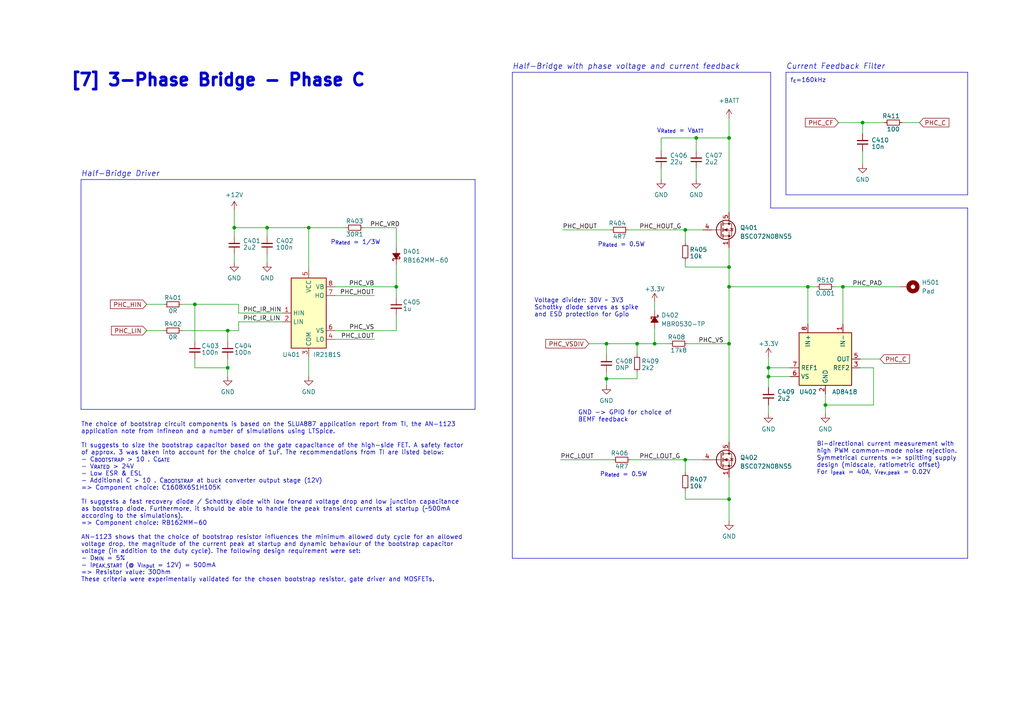
<source format=kicad_sch>
(kicad_sch (version 20230121) (generator eeschema)
  (paper "A4")
  (title_block (title "3-Phase Bridge - Phase C") (date "2023-11-26") (rev "1.0"))
  (lib_symbols
    (symbol "Amplifier_Current:AD8418"
      (property "Reference" "U" (at -7.62 10.795 0))
      (property "Value" "AD8418" (at -7.62 8.89 0))
      (symbol "AD8418_0_1"
        (rectangle (start -7.62 7.62) (end 7.62 -7.62) (stroke (width 0.254)) (fill (type background)))
      )
      (symbol "AD8418_1_1"
        (pin input line (at 5.08 10.16 270) (length 2.54) (name "IN-") (number "1"))
        (pin power_in line (at 0 -10.16 90) (length 2.54) (name "GND") (number "2"))
        (pin input line (at 10.16 -2.54 180) (length 2.54) (name "REF2") (number "3"))
        (pin no_connect line (at 2.54 -7.62 90) (length 2.54) hide (name "NC") (number "4"))
        (pin output line (at 10.16 0 180) (length 2.54) (name "OUT") (number "5"))
        (pin power_in line (at -10.16 -5.08 0) (length 2.54) (name "VS") (number "6"))
        (pin input line (at -10.16 -2.54 0) (length 2.54) (name "REF1") (number "7"))
        (pin input line (at -5.08 10.16 270) (length 2.54) (name "IN+") (number "8"))
      )
    )
    (symbol "Device:C_Small" (pin_numbers hide) (pin_names (offset 0.254) hide)
      (property "Reference" "C" (at 0.254 1.778 0))
      (property "Value" "C_Small" (at 0.254 -2.032 0))
      (symbol "C_Small_0_1"
        (polyline (pts (xy -1.524 -0.508) (xy 1.524 -0.508)) (stroke (width 0.3302)))
        (polyline (pts (xy -1.524 0.508) (xy 1.524 0.508)) (stroke (width 0.3048)))
      )
      (symbol "C_Small_1_1"
        (pin passive line (at 0 2.54 270) (length 2.032) (name "~") (number "1"))
        (pin passive line (at 0 -2.54 90) (length 2.032) (name "~") (number "2"))
      )
    )
    (symbol "Device:D_Schottky_Small_Filled" (pin_numbers hide) (pin_names (offset 0.254) hide)
      (property "Reference" "D" (at -1.27 2.032 0))
      (property "Value" "D_Schottky_Small_Filled" (at -7.112 -2.032 0))
      (symbol "D_Schottky_Small_Filled_0_1"
        (polyline (pts (xy -0.762 0) (xy 0.762 0)))
        (polyline (pts (xy 0.762 -1.016) (xy -0.762 0) (xy 0.762 1.016) (xy 0.762 -1.016)) (stroke (width 0.254)) (fill (type outline)))
        (polyline (pts (xy -1.27 0.762) (xy -1.27 1.016) (xy -0.762 1.016) (xy -0.762 -1.016) (xy -0.254 -1.016) (xy -0.254 -0.762)) (stroke (width 0.254)))
      )
      (symbol "D_Schottky_Small_Filled_1_1"
        (pin passive line (at -2.54 0 0) (length 1.778) (name "K") (number "1"))
        (pin passive line (at 2.54 0 180) (length 1.778) (name "A") (number "2"))
      )
    )
    (symbol "Device:R_Small" (pin_numbers hide) (pin_names (offset 0.254) hide)
      (property "Reference" "R" (at 0.762 0.508 0))
      (property "Value" "R_Small" (at 0.762 -1.016 0))
      (symbol "R_Small_0_1"
        (rectangle (start -0.762 1.778) (end 0.762 -1.778) (stroke (width 0.2032)))
      )
      (symbol "R_Small_1_1"
        (pin passive line (at 0 2.54 270) (length 0.762) (name "~") (number "1"))
        (pin passive line (at 0 -2.54 90) (length 0.762) (name "~") (number "2"))
      )
    )
    (symbol "Driver_FET:IR2181"
      (property "Reference" "U" (at 1.27 13.335 0))
      (property "Value" "IR2181" (at 1.27 11.43 0))
      (symbol "IR2181_0_1"
        (rectangle (start -5.08 -10.16) (end 5.08 10.16) (stroke (width 0.254)) (fill (type background)))
      )
      (symbol "IR2181_1_1"
        (pin input line (at -7.62 0 0) (length 2.54) (name "HIN") (number "1"))
        (pin input line (at -7.62 -2.54 0) (length 2.54) (name "LIN") (number "2"))
        (pin power_in line (at 0 -12.7 90) (length 2.54) (name "COM") (number "3"))
        (pin output line (at 7.62 -7.62 180) (length 2.54) (name "LO") (number "4"))
        (pin power_in line (at 0 12.7 270) (length 2.54) (name "VCC") (number "5"))
        (pin passive line (at 7.62 -5.08 180) (length 2.54) (name "VS") (number "6"))
        (pin output line (at 7.62 5.08 180) (length 2.54) (name "HO") (number "7"))
        (pin passive line (at 7.62 7.62 180) (length 2.54) (name "VB") (number "8"))
      )
    )
    (symbol "Mechanical:MountingHole_Pad" (pin_numbers hide) (pin_names (offset 1.016) hide)
      (property "Reference" "H" (at 0 6.35 0))
      (property "Value" "MountingHole_Pad" (at 0 4.445 0))
      (symbol "MountingHole_Pad_0_1"
        (circle (center 0 1.27) (radius 1.27) (stroke (width 1.27)))
      )
      (symbol "MountingHole_Pad_1_1"
        (pin input line (at 0 -2.54 90) (length 2.54) (name "1") (number "1"))
      )
    )
    (symbol "Transistor_FET:BSC072N08NS5" (pin_names hide)
      (property "Reference" "Q" (at 5.08 1.905 0))
      (property "Value" "BSC072N08NS5" (at 5.08 0 0))
      (symbol "BSC072N08NS5_0_1"
        (polyline (pts (xy 0.254 0) (xy -2.54 0)))
        (polyline (pts (xy 0.254 1.905) (xy 0.254 -1.905)) (stroke (width 0.254)))
        (polyline (pts (xy 0.762 -1.27) (xy 0.762 -2.286)) (stroke (width 0.254)))
        (polyline (pts (xy 0.762 0.508) (xy 0.762 -0.508)) (stroke (width 0.254)))
        (polyline (pts (xy 0.762 2.286) (xy 0.762 1.27)) (stroke (width 0.254)))
        (polyline (pts (xy 2.54 2.54) (xy 2.54 1.778)))
        (polyline (pts (xy 2.54 -2.54) (xy 2.54 0) (xy 0.762 0)))
        (polyline (pts (xy 0.762 -1.778) (xy 3.302 -1.778) (xy 3.302 1.778) (xy 0.762 1.778)))
        (polyline (pts (xy 1.016 0) (xy 2.032 0.381) (xy 2.032 -0.381) (xy 1.016 0)) (fill (type outline)))
        (polyline (pts (xy 2.794 0.508) (xy 2.921 0.381) (xy 3.683 0.381) (xy 3.81 0.254)))
        (polyline (pts (xy 3.302 0.381) (xy 2.921 -0.254) (xy 3.683 -0.254) (xy 3.302 0.381)))
        (circle (center 1.651 0) (radius 2.794) (stroke (width 0.254)))
        (circle (center 2.54 -1.778) (radius 0.254) (fill (type outline)))
        (circle (center 2.54 1.778) (radius 0.254) (fill (type outline)))
      )
      (symbol "BSC072N08NS5_1_1"
        (pin passive line (at 2.54 -5.08 90) (length 2.54) (name "S") (number "1"))
        (pin passive line (at 2.54 -5.08 90) (length 2.54) hide (name "S") (number "2"))
        (pin passive line (at 2.54 -5.08 90) (length 2.54) hide (name "S") (number "3"))
        (pin passive line (at -5.08 0 0) (length 2.54) (name "G") (number "4"))
        (pin passive line (at 2.54 5.08 270) (length 2.54) (name "D") (number "5"))
      )
    )
    (symbol "power:+12V" (power) (pin_names (offset 0))
      (property "Value" "+12V" (at 0 3.556 0))
      (symbol "+12V_0_1"
        (polyline (pts (xy -0.762 1.27) (xy 0 2.54)))
        (polyline (pts (xy 0 0) (xy 0 2.54)))
        (polyline (pts (xy 0 2.54) (xy 0.762 1.27)))
      )
      (symbol "+12V_1_1"
        (pin power_in line (at 0 0 90) (length 0) hide (name "+12V") (number "1"))
      )
    )
    (symbol "power:+3.3V" (power) (pin_names (offset 0))
      (property "Value" "+3.3V" (at 0 3.556 0))
      (symbol "+3.3V_0_1"
        (polyline (pts (xy -0.762 1.27) (xy 0 2.54)))
        (polyline (pts (xy 0 0) (xy 0 2.54)))
        (polyline (pts (xy 0 2.54) (xy 0.762 1.27)))
      )
      (symbol "+3.3V_1_1"
        (pin power_in line (at 0 0 90) (length 0) hide (name "+3.3V") (number "1"))
      )
    )
    (symbol "power:+BATT" (power) (pin_names (offset 0))
      (property "Value" "+BATT" (at 0 3.556 0))
      (symbol "+BATT_0_1"
        (polyline (pts (xy -0.762 1.27) (xy 0 2.54)))
        (polyline (pts (xy 0 0) (xy 0 2.54)))
        (polyline (pts (xy 0 2.54) (xy 0.762 1.27)))
      )
      (symbol "+BATT_1_1"
        (pin power_in line (at 0 0 90) (length 0) hide (name "+BATT") (number "1"))
      )
    )
    (symbol "power:GND" (power) (pin_names (offset 0))
      (property "Value" "GND" (at 0 -3.81 0))
      (symbol "GND_0_1"
        (polyline (pts (xy 0 0) (xy 0 -1.27) (xy 1.27 -1.27) (xy 0 -2.54) (xy -1.27 -1.27) (xy 0 -1.27)))
      )
      (symbol "GND_1_1"
        (pin power_in line (at 0 0 270) (length 0) hide (name "GND") (number "1"))
      )
    )
  )
  (junction (at 189.865 99.695))
  (junction (at 211.455 99.695))
  (junction (at 222.885 109.22))
  (junction (at 66.04 106.68))
  (junction (at 198.755 133.35))
  (junction (at 56.515 88.265))
  (junction (at 114.935 83.185))
  (junction (at 211.455 83.185))
  (junction (at 66.04 95.885))
  (junction (at 89.535 66.04))
  (junction (at 211.455 40.005))
  (junction (at 222.885 106.68))
  (junction (at 175.895 99.695))
  (junction (at 184.785 99.695))
  (junction (at 239.395 117.475))
  (junction (at 77.47 66.04))
  (junction (at 211.455 144.78))
  (junction (at 175.895 109.855))
  (junction (at 250.19 35.56))
  (junction (at 244.475 83.185))
  (junction (at 198.755 66.675))
  (junction (at 211.455 77.47))
  (junction (at 67.945 66.04))
  (junction (at 201.93 40.005))
  (junction (at 234.315 83.185))
  (wire (pts (xy 42.545 95.885) (xy 47.625 95.885)))
  (wire (pts (xy 198.755 133.35) (xy 198.755 137.16)))
  (polyline (pts (xy 137.795 52.07) (xy 23.495 52.07)))
  (wire (pts (xy 250.19 38.735) (xy 250.19 35.56)))
  (polyline (pts (xy 280.67 161.925) (xy 148.59 161.925)))
  (wire (pts (xy 222.885 106.68) (xy 229.235 106.68)))
  (wire (pts (xy 211.455 34.29) (xy 211.455 40.005)))
  (wire (pts (xy 163.195 66.675) (xy 177.165 66.675)))
  (wire (pts (xy 198.755 133.35) (xy 203.835 133.35)))
  (wire (pts (xy 105.41 66.04) (xy 114.935 66.04)))
  (polyline (pts (xy 227.965 20.955) (xy 227.965 56.515)))
  (wire (pts (xy 114.935 83.185) (xy 114.935 86.36)))
  (wire (pts (xy 114.935 76.835) (xy 114.935 83.185)))
  (wire (pts (xy 42.545 88.265) (xy 47.625 88.265)))
  (wire (pts (xy 211.455 144.78) (xy 211.455 138.43)))
  (polyline (pts (xy 23.495 52.07) (xy 23.495 118.745)))
  (wire (pts (xy 191.77 48.895) (xy 191.77 52.07)))
  (wire (pts (xy 77.47 66.04) (xy 89.535 66.04)))
  (wire (pts (xy 77.47 66.04) (xy 77.47 68.58)))
  (wire (pts (xy 211.455 40.005) (xy 211.455 61.595)))
  (wire (pts (xy 249.555 104.14) (xy 255.27 104.14)))
  (polyline (pts (xy 137.795 118.745) (xy 137.795 52.07)))
  (wire (pts (xy 211.455 99.695) (xy 211.455 128.27)))
  (wire (pts (xy 97.155 83.185) (xy 114.935 83.185)))
  (wire (pts (xy 211.455 71.755) (xy 211.455 77.47)))
  (wire (pts (xy 198.755 75.565) (xy 198.755 77.47)))
  (wire (pts (xy 175.895 99.695) (xy 184.785 99.695)))
  (wire (pts (xy 175.895 107.95) (xy 175.895 109.855)))
  (wire (pts (xy 162.56 133.35) (xy 177.8 133.35)))
  (wire (pts (xy 198.755 66.675) (xy 198.755 70.485)))
  (wire (pts (xy 189.865 95.25) (xy 189.865 99.695)))
  (wire (pts (xy 66.04 95.885) (xy 66.04 99.06)))
  (wire (pts (xy 67.945 73.66) (xy 67.945 76.2)))
  (wire (pts (xy 97.155 95.885) (xy 114.935 95.885)))
  (wire (pts (xy 175.895 102.87) (xy 175.895 99.695)))
  (wire (pts (xy 250.19 35.56) (xy 256.54 35.56)))
  (wire (pts (xy 175.895 109.855) (xy 184.785 109.855)))
  (wire (pts (xy 67.945 66.04) (xy 67.945 68.58)))
  (wire (pts (xy 114.935 95.885) (xy 114.935 91.44)))
  (wire (pts (xy 199.39 99.695) (xy 211.455 99.695)))
  (wire (pts (xy 198.755 144.78) (xy 211.455 144.78)))
  (wire (pts (xy 211.455 83.185) (xy 234.315 83.185)))
  (wire (pts (xy 201.93 40.005) (xy 211.455 40.005)))
  (wire (pts (xy 191.77 43.815) (xy 191.77 40.005)))
  (wire (pts (xy 77.47 73.66) (xy 77.47 76.2)))
  (polyline (pts (xy 223.52 60.325) (xy 223.52 20.955)))
  (polyline (pts (xy 227.965 56.515) (xy 280.67 56.515)))
  (wire (pts (xy 89.535 66.04) (xy 89.535 78.105)))
  (wire (pts (xy 243.205 35.56) (xy 250.19 35.56)))
  (wire (pts (xy 198.755 66.675) (xy 203.835 66.675)))
  (wire (pts (xy 182.88 133.35) (xy 198.755 133.35)))
  (wire (pts (xy 191.77 40.005) (xy 201.93 40.005)))
  (wire (pts (xy 198.755 142.24) (xy 198.755 144.78)))
  (wire (pts (xy 69.215 90.805) (xy 81.915 90.805)))
  (wire (pts (xy 52.705 95.885) (xy 66.04 95.885)))
  (polyline (pts (xy 148.59 20.955) (xy 148.59 161.925)))
  (wire (pts (xy 184.785 99.695) (xy 189.865 99.695)))
  (wire (pts (xy 222.885 109.22) (xy 222.885 106.68)))
  (wire (pts (xy 66.04 95.885) (xy 69.215 95.885)))
  (polyline (pts (xy 23.495 118.745) (xy 137.795 118.745)))
  (wire (pts (xy 222.885 109.22) (xy 222.885 112.395)))
  (polyline (pts (xy 280.67 56.515) (xy 280.67 20.955)))
  (wire (pts (xy 229.235 109.22) (xy 222.885 109.22)))
  (wire (pts (xy 89.535 103.505) (xy 89.535 109.22)))
  (wire (pts (xy 69.215 88.265) (xy 69.215 90.805)))
  (wire (pts (xy 69.215 93.345) (xy 69.215 95.885)))
  (wire (pts (xy 56.515 104.14) (xy 56.515 106.68)))
  (wire (pts (xy 56.515 88.265) (xy 69.215 88.265)))
  (wire (pts (xy 222.885 103.505) (xy 222.885 106.68)))
  (wire (pts (xy 239.395 117.475) (xy 253.365 117.475)))
  (wire (pts (xy 253.365 106.68) (xy 253.365 117.475)))
  (wire (pts (xy 175.895 109.855) (xy 175.895 111.76)))
  (wire (pts (xy 201.93 40.005) (xy 201.93 43.815)))
  (wire (pts (xy 189.865 99.695) (xy 194.31 99.695)))
  (wire (pts (xy 184.785 99.695) (xy 184.785 102.87)))
  (wire (pts (xy 222.885 117.475) (xy 222.885 120.015)))
  (wire (pts (xy 201.93 48.895) (xy 201.93 52.07)))
  (wire (pts (xy 184.785 107.95) (xy 184.785 109.855)))
  (polyline (pts (xy 280.67 20.955) (xy 227.965 20.955)))
  (polyline (pts (xy 280.67 161.925) (xy 280.67 60.325)))
  (wire (pts (xy 69.215 93.345) (xy 81.915 93.345)))
  (wire (pts (xy 198.755 77.47) (xy 211.455 77.47)))
  (wire (pts (xy 67.945 60.96) (xy 67.945 66.04)))
  (wire (pts (xy 211.455 144.78) (xy 211.455 151.13)))
  (wire (pts (xy 211.455 83.185) (xy 211.455 99.695)))
  (wire (pts (xy 249.555 106.68) (xy 253.365 106.68)))
  (wire (pts (xy 250.19 43.815) (xy 250.19 47.625)))
  (wire (pts (xy 67.945 66.04) (xy 77.47 66.04)))
  (wire (pts (xy 261.62 35.56) (xy 266.7 35.56)))
  (wire (pts (xy 66.04 104.14) (xy 66.04 106.68)))
  (wire (pts (xy 170.815 99.695) (xy 175.895 99.695)))
  (wire (pts (xy 56.515 106.68) (xy 66.04 106.68)))
  (wire (pts (xy 89.535 66.04) (xy 100.33 66.04)))
  (wire (pts (xy 66.04 106.68) (xy 66.04 109.22)))
  (wire (pts (xy 52.705 88.265) (xy 56.515 88.265)))
  (wire (pts (xy 97.155 85.725) (xy 108.585 85.725)))
  (wire (pts (xy 241.935 83.185) (xy 244.475 83.185)))
  (wire (pts (xy 239.395 117.475) (xy 239.395 120.015)))
  (wire (pts (xy 182.245 66.675) (xy 198.755 66.675)))
  (wire (pts (xy 239.395 114.3) (xy 239.395 117.475)))
  (wire (pts (xy 234.315 83.185) (xy 234.315 93.98)))
  (wire (pts (xy 244.475 83.185) (xy 260.985 83.185)))
  (wire (pts (xy 189.865 87.63) (xy 189.865 90.17)))
  (polyline (pts (xy 223.52 20.955) (xy 148.59 20.955)))
  (wire (pts (xy 244.475 83.185) (xy 244.475 93.98)))
  (wire (pts (xy 97.155 98.425) (xy 108.585 98.425)))
  (wire (pts (xy 211.455 77.47) (xy 211.455 83.185)))
  (wire (pts (xy 114.935 66.04) (xy 114.935 71.755)))
  (wire (pts (xy 234.315 83.185) (xy 236.855 83.185)))
  (polyline (pts (xy 280.67 60.325) (xy 223.52 60.325)))
  (wire (pts (xy 56.515 88.265) (xy 56.515 99.06)))
  (text "Current Feedback Filter" (at 227.965 20.32 0) (effects (font (size 1.6 1.6) italic) (justify left bottom)))
  (text "The choice of bootstrap circuit components is based on the SLUA887 application report from TI, the AN-1123 \napplication note from Infineon and a number of simulations using LTSpice.\n\nTI suggests to size the bootstrap capacitor based on the gate capacitance of the high-side FET. A safety factor\nof approx. 3 was taken into account for the choice of 1uF. The recommendations from TI are listed below:\n- C_{BOOTSTRAP} > 10 . C_{GATE}\n- V_{RATED} > 24V\n- Low ESR & ESL\n- Additional C > 10 . C_{BOOTSTRAP} at buck converter output stage (12V)\n=> Component choice: C1608X6S1H105K\n\nTI suggests a fast recovery diode / Schottky diode with low forward voltage drop and low junction capacitance\nas bootstrap diode. Furthermore, it should be able to handle the peak transient currents at startup (~500mA\naccording to the simulations).\n=> Component choice: RB162MM-60\n\nAN-1123 shows that the choice of bootstrap resistor influences the minimum allowed duty cycle for an allowed\nvoltage drop, the magnitude of the current peak at startup and dynamic behaviour of the bootstrap capacitor\nvoltage (in addition to the duty cycle). The following design requirement were set:\n- D_{MIN} = 5%\n- I_{PEAK,START} (@ V_{Input} = 12V) = 500mA\n=> Resistor value: 30Ohm\nThese criteria were experimentally validated for the chosen bootstrap resistor, gate driver and MOSFETs." (at 23.495 168.91 0) (effects (font (size 1.27 1.27)) (justify left bottom)))
  (text "Voltage divider: 30V ~ 3V3\nSchottky diode serves as spike\nand ESD protection for Gpio" (at 154.94 92.075 0) (effects (font (size 1.27 1.27)) (justify left bottom)))
  (text "P_{Rated} = 0.5W\n" (at 173.99 138.43 0) (effects (font (size 1.27 1.27)) (justify left bottom)))
  (text "P_{Rated} = 0.5W\n" (at 173.355 71.755 0) (effects (font (size 1.27 1.27)) (justify left bottom)))
  (text "V_{Rated} = V_{BATT}" (at 190.5 38.735 0) (effects (font (size 1.27 1.27)) (justify left bottom)))
  (text "Half-Bridge with phase voltage and current feedback" (at 148.59 20.32 0) (effects (font (size 1.6 1.6) italic) (justify left bottom)))
  (text "P_{Rated} = 1/3W\n" (at 95.885 71.12 0) (effects (font (size 1.27 1.27)) (justify left bottom)))
  (text "f_{c}=160kHz" (at 229.235 24.13 0) (effects (font (size 1.27 1.27)) (justify left bottom)))
  (text "GND -> GPIO for choice of\nBEMF feedback" (at 167.64 122.555 0) (effects (font (size 1.27 1.27)) (justify left bottom)))
  (text "[7] 3-Phase Bridge - Phase C" (at 20.32 25.4 0) (effects (font (size 3.5 3.5) (thickness 0.8) bold) (justify left bottom)))
  (text "Bi-directional current measurement with\nhigh PWM common-mode noise rejection.\nSymmetrical currents => splitting supply\ndesign (midscale, ratiometric offset)\nFor I_{peak} = 40A, V_{rev,peak} = 0.02V" (at 236.855 137.795 0) (effects (font (size 1.27 1.27)) (justify left bottom)))
  (text "Half-Bridge Driver" (at 23.495 51.435 0) (effects (font (size 1.6 1.6) italic) (justify left bottom)))
  (label "PHC_PAD" (at 255.905 83.185 180))
  (label "PHC_VS" (at 202.565 99.695 0))
  (label "PHC_LOUT_G" (at 185.42 133.35 0))
  (label "PHC_LOUT" (at 108.585 98.425 180))
  (label "PHC_IR_LIN" (at 70.485 93.345 0))
  (label "PHC_VS" (at 108.585 95.885 180))
  (label "PHC_HOUT" (at 108.585 85.725 180))
  (label "PHC_HOUT_G" (at 185.42 66.675 0))
  (label "PHC_LOUT" (at 162.56 133.35 0))
  (label "PHC_VB" (at 108.585 83.185 180))
  (label "PHC_HOUT" (at 163.195 66.675 0))
  (label "PHC_IR_HIN" (at 70.485 90.805 0))
  (label "PHC_VRD" (at 107.315 66.04 0))
  (global_label "PHC_C" (shape input) (at 255.27 104.14 0) (property "Intersheetrefs" "${INTERSHEET_REFS}" (effects hide)))
  (global_label "PHC_C" (shape input) (at 266.7 35.56 0) (property "Intersheetrefs" "${INTERSHEET_REFS}" (effects hide)))
  (global_label "PHC_HIN" (shape input) (at 42.545 88.265 180) (property "Intersheetrefs" "${INTERSHEET_REFS}" (effects hide)))
  (global_label "PHC_LIN" (shape input) (at 42.545 95.885 180) (property "Intersheetrefs" "${INTERSHEET_REFS}" (effects hide)))
  (global_label "PHC_CF" (shape input) (at 243.205 35.56 180) (property "Intersheetrefs" "${INTERSHEET_REFS}" (effects hide)))
  (global_label "PHC_VSDIV" (shape input) (at 170.815 99.695 180) (property "Intersheetrefs" "${INTERSHEET_REFS}" (effects hide)))
  (symbol (lib_id "power:+12V") (at 67.945 60.96 0) (unit 1)
    (property "Reference" "#PWR0124" (effects hide))
    (property "Value" "+12V" (at 67.945 56.515 0))
    (instances (project "ESC_R1" (path "" (reference "#PWR0124") (unit 1)) (path "" (reference "#PWR023") (unit 1)) (path "" (reference "#PWR038") (unit 1))))
  )
  (symbol (lib_id "Device:C_Small") (at 175.895 105.41 180) (unit 1)
    (property "Reference" "C408" (at 178.435 104.775 0) (effects (justify right)))
    (property "Value" "DNP" (at 178.435 106.68 0) (effects (justify right)))
    (property "Footprint" "Capacitor_SMD:C_0402_1005Metric_Pad0.74x0.62mm_HandSolder" (effects hide))
    (instances (project "ESC_R1" (path "" (reference "C408") (unit 1)) (path "" (reference "C7") (unit 1)) (path "" (reference "C708") (unit 1))))
  )
  (symbol (lib_id "Device:R_Small") (at 239.395 83.185 90) (unit 1)
    (property "Reference" "R510" (at 239.395 81.28 90))
    (property "Value" "0.001" (at 239.395 85.09 90))
    (property "Footprint" "Resistor_SMD:R_1206_3216Metric_Pad1.30x1.75mm_HandSolder" (effects hide))
    (instances (project "ESC_R1" (path "" (reference "R510") (unit 1)) (path "" (reference "R710") (unit 1))))
  )
  (symbol (lib_id "power:+BATT") (at 211.455 34.29 0) (unit 1)
    (property "Reference" "#PWR?" (effects hide))
    (property "Value" "+BATT" (at 211.455 29.21 0))
    (instances (project "ESC_R1" (path "" (reference "#PWR?") (unit 1)) (path "" (reference "#PWR031") (unit 1)) (path "" (reference "#PWR046") (unit 1))))
  )
  (symbol (lib_id "Device:D_Schottky_Small_Filled") (at 114.935 74.295 90) (unit 1)
    (property "Reference" "D401" (at 116.84 73.66 90) (effects (justify right top)))
    (property "Value" "RB162MM-60" (at 116.84 76.2 90) (effects (justify right top)))
    (property "Footprint" "Diode_SMD:D_SOD-123F" (effects hide))
    (property "Link" "https://www.digikey.de/en/products/detail/rohm-semiconductor/RB162MM-60TR/5001869" (effects hide))
    (instances (project "ESC_R1" (path "" (reference "D401") (unit 1)) (path "" (reference "D2") (unit 1)) (path "" (reference "D701") (unit 1))))
  )
  (symbol (lib_id "power:GND") (at 222.885 120.015 0) (unit 1)
    (property "Reference" "#PWR?" (effects hide))
    (property "Value" "GND" (at 222.885 124.46 0))
    (instances (project "ESC_R1" (path "" (reference "#PWR?") (unit 1)) (path "" (reference "#PWR034") (unit 1)) (path "" (reference "#PWR049") (unit 1))))
  )
  (symbol (lib_id "power:GND") (at 201.93 52.07 0) (unit 1)
    (property "Reference" "#PWR?" (effects hide))
    (property "Value" "GND" (at 201.93 56.515 0))
    (instances (project "ESC_R1" (path "" (reference "#PWR?") (unit 1)) (path "" (reference "#PWR030") (unit 1)) (path "" (reference "#PWR045") (unit 1))))
  )
  (symbol (lib_id "power:GND") (at 66.04 109.22 0) (unit 1)
    (property "Reference" "#PWR0123" (effects hide))
    (property "Value" "GND" (at 66.04 113.665 0))
    (instances (project "ESC_R1" (path "" (reference "#PWR0123") (unit 1)) (path "" (reference "#PWR022") (unit 1)) (path "" (reference "#PWR037") (unit 1))))
  )
  (symbol (lib_id "power:+3.3V") (at 222.885 103.505 0) (unit 1)
    (property "Reference" "#PWR?" (effects hide))
    (property "Value" "+3.3V" (at 222.885 99.695 0))
    (instances (project "ESC_R1" (path "" (reference "#PWR?") (unit 1)) (path "" (reference "#PWR033") (unit 1)) (path "" (reference "#PWR048") (unit 1))))
  )
  (symbol (lib_id "Device:C_Small") (at 191.77 46.355 180) (unit 1)
    (property "Reference" "C406" (at 194.31 45.085 0) (effects (justify right)))
    (property "Value" "22u" (at 194.31 46.99 0) (effects (justify right)))
    (property "Footprint" "Capacitor_SMD:C_0603_1608Metric_Pad1.08x0.95mm_HandSolder" (effects hide))
    (instances (project "ESC_R1" (path "" (reference "C406") (unit 1)) (path "" (reference "C8") (unit 1)) (path "" (reference "C706") (unit 1))))
  )
  (symbol (lib_id "Device:C_Small") (at 201.93 46.355 180) (unit 1)
    (property "Reference" "C407" (at 204.47 45.085 0) (effects (justify right)))
    (property "Value" "2u2" (at 204.47 46.99 0) (effects (justify right)))
    (property "Footprint" "Capacitor_SMD:C_0603_1608Metric_Pad1.08x0.95mm_HandSolder" (effects hide))
    (instances (project "ESC_R1" (path "" (reference "C407") (unit 1)) (path "" (reference "C9") (unit 1)) (path "" (reference "C707") (unit 1))))
  )
  (symbol (lib_id "Device:C_Small") (at 250.19 41.275 180) (unit 1)
    (property "Reference" "C410" (at 252.73 40.64 0) (effects (justify right)))
    (property "Value" "10n" (at 252.73 42.545 0) (effects (justify right)))
    (property "Footprint" "Capacitor_SMD:C_0603_1608Metric_Pad1.08x0.95mm_HandSolder" (effects hide))
    (instances (project "ESC_R1" (path "" (reference "C410") (unit 1)) (path "" (reference "C11") (unit 1)) (path "" (reference "C710") (unit 1))))
  )
  (symbol (lib_id "Device:R_Small") (at 50.165 88.265 90) (unit 1)
    (property "Reference" "R401" (at 50.165 86.36 90))
    (property "Value" "0R" (at 50.165 90.17 90))
    (property "Footprint" "Resistor_SMD:R_0402_1005Metric_Pad0.72x0.64mm_HandSolder" (effects hide))
    (instances (project "ESC_R1" (path "" (reference "R401") (unit 1)) (path "" (reference "R3") (unit 1)) (path "" (reference "R701") (unit 1))))
  )
  (symbol (lib_id "Device:R_Small") (at 184.785 105.41 0) (unit 1)
    (property "Reference" "R409" (at 186.055 104.775 0) (effects (justify left)))
    (property "Value" "2k2" (at 186.055 106.68 0) (effects (justify left)))
    (property "Footprint" "Resistor_SMD:R_0603_1608Metric_Pad0.98x0.95mm_HandSolder" (effects hide))
    (instances (project "ESC_R1" (path "" (reference "R409") (unit 1)) (path "" (reference "R8") (unit 1)) (path "" (reference "R709") (unit 1))))
  )
  (symbol (lib_id "power:GND") (at 67.945 76.2 0) (unit 1)
    (property "Reference" "#PWR0121" (effects hide))
    (property "Value" "GND" (at 67.945 80.645 0))
    (instances (project "ESC_R1" (path "" (reference "#PWR0121") (unit 1)) (path "" (reference "#PWR024") (unit 1)) (path "" (reference "#PWR039") (unit 1))))
  )
  (symbol (lib_id "Transistor_FET:BSC072N08NS5") (at 208.915 66.675 0) (unit 1)
    (property "Reference" "Q401" (at 214.63 66.04 0) (effects (justify left)))
    (property "Value" "BSC072N08NS5" (at 214.63 68.58 0) (effects (justify left)))
    (property "Footprint" "Package_TO_SOT_SMD:TDSON-8-1" (effects hide))
    (property "Datasheet" "http://www.infineon.com/dgdl/Infineon-BSC072N08NS5-DS-v02_00-EN.pdf?fileId=5546d4624ad04ef9014ae3d8e8192c7c" (effects hide))
    (property "Link" "https://www.digikey.de/en/products/detail/infineon-technologies/BSC072N08NS5ATMA1/5959908" (effects hide))
    (instances (project "ESC_R1" (path "" (reference "Q401") (unit 1)) (path "" (reference "Q1") (unit 1)) (path "" (reference "Q701") (unit 1))))
  )
  (symbol (lib_id "Device:C_Small") (at 56.515 101.6 0) (unit 1)
    (property "Reference" "C403" (at 58.42 100.33 0) (effects (justify left)))
    (property "Value" "100n" (at 58.42 102.235 0) (effects (justify left)))
    (property "Footprint" "Capacitor_SMD:C_0402_1005Metric_Pad0.74x0.62mm_HandSolder" (effects hide))
    (instances (project "ESC_R1" (path "" (reference "C403") (unit 1)) (path "" (reference "C2") (unit 1)) (path "" (reference "C703") (unit 1))))
  )
  (symbol (lib_id "power:GND") (at 89.535 109.22 0) (unit 1)
    (property "Reference" "#PWR0122" (effects hide))
    (property "Value" "GND" (at 89.535 113.665 0))
    (instances (project "ESC_R1" (path "" (reference "#PWR0122") (unit 1)) (path "" (reference "#PWR026") (unit 1)) (path "" (reference "#PWR041") (unit 1))))
  )
  (symbol (lib_id "power:GND") (at 239.395 120.015 0) (unit 1)
    (property "Reference" "#PWR?" (effects hide))
    (property "Value" "GND" (at 239.395 124.46 0))
    (instances (project "ESC_R1" (path "" (reference "#PWR?") (unit 1)) (path "" (reference "#PWR035") (unit 1)) (path "" (reference "#PWR050") (unit 1))))
  )
  (symbol (lib_id "power:GND") (at 211.455 151.13 0) (unit 1)
    (property "Reference" "#PWR?" (effects hide))
    (property "Value" "GND" (at 211.455 155.575 0))
    (instances (project "ESC_R1" (path "" (reference "#PWR?") (unit 1)) (path "" (reference "#PWR032") (unit 1)) (path "" (reference "#PWR047") (unit 1))))
  )
  (symbol (lib_id "Device:C_Small") (at 67.945 71.12 180) (unit 1)
    (property "Reference" "C401" (at 70.485 69.85 0) (effects (justify right)))
    (property "Value" "2u2" (at 70.485 71.755 0) (effects (justify right)))
    (property "Footprint" "Capacitor_SMD:C_0603_1608Metric_Pad1.08x0.95mm_HandSolder" (effects hide))
    (instances (project "ESC_R1" (path "" (reference "C401") (unit 1)) (path "" (reference "C4") (unit 1)) (path "" (reference "C701") (unit 1))))
  )
  (symbol (lib_id "Device:R_Small") (at 196.85 99.695 90) (unit 1)
    (property "Reference" "R408" (at 196.215 97.79 90))
    (property "Value" "17k8" (at 196.85 101.6 90))
    (property "Footprint" "Resistor_SMD:R_0603_1608Metric_Pad0.98x0.95mm_HandSolder" (effects hide))
    (instances (project "ESC_R1" (path "" (reference "R408") (unit 1)) (path "" (reference "R9") (unit 1)) (path "" (reference "R708") (unit 1))))
  )
  (symbol (lib_id "Mechanical:MountingHole_Pad") (at 263.525 83.185 270) (unit 1)
    (property "Reference" "H501" (at 267.335 81.9149 90) (effects (justify left)))
    (property "Value" "Pad" (at 267.335 84.455 90) (effects (justify left)))
    (property "Footprint" "TestPoint:TestPoint_Pad_5.0x7.0mm" (effects hide))
    (instances (project "ESC_R1" (path "" (reference "H501") (unit 1)) (path "" (reference "H701") (unit 1))))
  )
  (symbol (lib_id "power:+3.3V") (at 189.865 87.63 0) (unit 1)
    (property "Reference" "#PWR?" (effects hide))
    (property "Value" "+3.3V" (at 189.865 83.82 0))
    (instances (project "ESC_R1" (path "" (reference "#PWR?") (unit 1)) (path "" (reference "#PWR028") (unit 1)) (path "" (reference "#PWR043") (unit 1))))
  )
  (symbol (lib_id "Driver_FET:IR2181") (at 89.535 90.805 0) (unit 1)
    (property "Reference" "U401" (at 81.915 102.87 0) (effects (justify left)))
    (property "Value" "IR2181S" (at 90.805 102.87 0) (effects (justify left)))
    (property "Footprint" "Package_SO:SOIC-8_3.9x4.9mm_P1.27mm" (effects hide))
    (property "Datasheet" "https://www.infineon.com/dgdl/ir2181.pdf?fileId=5546d462533600a4015355c93cdd16ce" (effects hide))
    (property "Link" "https://www.digikey.de/en/products/detail/infineon-technologies/IR2181SPBF/856520" (effects hide))
    (instances (project "ESC_R1" (path "" (reference "U401") (unit 1)) (path "" (reference "U1") (unit 1)) (path "" (reference "U701") (unit 1))))
  )
  (symbol (lib_id "Device:C_Small") (at 66.04 101.6 0) (unit 1)
    (property "Reference" "C404" (at 67.945 100.33 0) (effects (justify left)))
    (property "Value" "100n" (at 67.945 102.235 0) (effects (justify left)))
    (property "Footprint" "Capacitor_SMD:C_0402_1005Metric_Pad0.74x0.62mm_HandSolder" (effects hide))
    (instances (project "ESC_R1" (path "" (reference "C404") (unit 1)) (path "" (reference "C3") (unit 1)) (path "" (reference "C704") (unit 1))))
  )
  (symbol (lib_id "Device:R_Small") (at 259.08 35.56 90) (unit 1)
    (property "Reference" "R411" (at 258.445 33.655 90))
    (property "Value" "100" (at 259.08 37.465 90))
    (property "Footprint" "Resistor_SMD:R_0603_1608Metric_Pad0.98x0.95mm_HandSolder" (effects hide))
    (instances (project "ESC_R1" (path "" (reference "R411") (unit 1)) (path "" (reference "R13") (unit 1)) (path "" (reference "R711") (unit 1))))
  )
  (symbol (lib_id "Device:C_Small") (at 222.885 114.935 180) (unit 1)
    (property "Reference" "C409" (at 225.425 113.665 0) (effects (justify right)))
    (property "Value" "2u2" (at 225.425 115.57 0) (effects (justify right)))
    (property "Footprint" "Capacitor_SMD:C_0603_1608Metric_Pad1.08x0.95mm_HandSolder" (effects hide))
    (instances (project "ESC_R1" (path "" (reference "C409") (unit 1)) (path "" (reference "C10") (unit 1)) (path "" (reference "C709") (unit 1))))
  )
  (symbol (lib_id "power:GND") (at 191.77 52.07 0) (unit 1)
    (property "Reference" "#PWR?" (effects hide))
    (property "Value" "GND" (at 191.77 56.515 0))
    (instances (project "ESC_R1" (path "" (reference "#PWR?") (unit 1)) (path "" (reference "#PWR029") (unit 1)) (path "" (reference "#PWR044") (unit 1))))
  )
  (symbol (lib_id "power:GND") (at 77.47 76.2 0) (unit 1)
    (property "Reference" "#PWR0120" (effects hide))
    (property "Value" "GND" (at 77.47 80.645 0))
    (instances (project "ESC_R1" (path "" (reference "#PWR0120") (unit 1)) (path "" (reference "#PWR025") (unit 1)) (path "" (reference "#PWR040") (unit 1))))
  )
  (symbol (lib_id "power:GND") (at 175.895 111.76 0) (unit 1)
    (property "Reference" "#PWR?" (effects hide))
    (property "Value" "GND" (at 175.895 116.205 0))
    (instances (project "ESC_R1" (path "" (reference "#PWR?") (unit 1)) (path "" (reference "#PWR027") (unit 1)) (path "" (reference "#PWR042") (unit 1))))
  )
  (symbol (lib_id "Device:R_Small") (at 198.755 73.025 180) (unit 1)
    (property "Reference" "R405" (at 200.025 72.39 0) (effects (justify right)))
    (property "Value" "10k" (at 200.025 74.295 0) (effects (justify right)))
    (property "Footprint" "Resistor_SMD:R_0603_1608Metric_Pad0.98x0.95mm_HandSolder" (effects hide))
    (instances (project "ESC_R1" (path "" (reference "R405") (unit 1)) (path "" (reference "R10") (unit 1)) (path "" (reference "R705") (unit 1))))
  )
  (symbol (lib_id "power:GND") (at 250.19 47.625 0) (unit 1)
    (property "Reference" "#PWR?" (effects hide))
    (property "Value" "GND" (at 250.19 52.07 0))
    (instances (project "ESC_R1" (path "" (reference "#PWR?") (unit 1)) (path "" (reference "#PWR036") (unit 1)) (path "" (reference "#PWR051") (unit 1))))
  )
  (symbol (lib_id "Device:C_Small") (at 77.47 71.12 180) (unit 1)
    (property "Reference" "C402" (at 80.01 69.85 0) (effects (justify right)))
    (property "Value" "100n" (at 80.01 71.755 0) (effects (justify right)))
    (property "Footprint" "Capacitor_SMD:C_0402_1005Metric_Pad0.74x0.62mm_HandSolder" (effects hide))
    (instances (project "ESC_R1" (path "" (reference "C402") (unit 1)) (path "" (reference "C5") (unit 1)) (path "" (reference "C702") (unit 1))))
  )
  (symbol (lib_id "Device:R_Small") (at 180.34 133.35 90) (unit 1)
    (property "Reference" "R406" (at 179.705 131.445 90))
    (property "Value" "4R7" (at 180.34 135.255 90))
    (property "Footprint" "Resistor_SMD:R_0603_1608Metric_Pad0.98x0.95mm_HandSolder" (effects hide))
    (instances (project "ESC_R1" (path "" (reference "R406") (unit 1)) (path "" (reference "R7") (unit 1)) (path "" (reference "R706") (unit 1))))
  )
  (symbol (lib_id "Transistor_FET:BSC072N08NS5") (at 208.915 133.35 0) (unit 1)
    (property "Reference" "Q402" (at 214.63 132.715 0) (effects (justify left)))
    (property "Value" "BSC072N08NS5" (at 214.63 135.255 0) (effects (justify left)))
    (property "Footprint" "Package_TO_SOT_SMD:TDSON-8-1" (effects hide))
    (property "Datasheet" "http://www.infineon.com/dgdl/Infineon-BSC072N08NS5-DS-v02_00-EN.pdf?fileId=5546d4624ad04ef9014ae3d8e8192c7c" (effects hide))
    (property "Link" "https://www.digikey.de/en/products/detail/infineon-technologies/BSC072N08NS5ATMA1/5959908" (effects hide))
    (instances (project "ESC_R1" (path "" (reference "Q402") (unit 1)) (path "" (reference "Q2") (unit 1)) (path "" (reference "Q702") (unit 1))))
  )
  (symbol (lib_id "Device:D_Schottky_Small_Filled") (at 189.865 92.71 270) (unit 1)
    (property "Reference" "D402" (at 191.77 91.44 90) (effects (justify left)))
    (property "Value" "MBR0530-TP" (at 191.77 93.98 90) (effects (justify left)))
    (property "Footprint" "Diode_SMD:D_SOD-123" (effects hide))
    (property "Link" "https://www.digikey.de/en/products/detail/micro-commercial-co/MBR0530-TP/717251" (effects hide))
    (instances (project "ESC_R1" (path "" (reference "D402") (unit 1)) (path "" (reference "D3") (unit 1)) (path "" (reference "D702") (unit 1))))
  )
  (symbol (lib_id "Device:C_Small") (at 114.935 88.9 0) (unit 1)
    (property "Reference" "C405" (at 116.84 87.63 0) (effects (justify left)))
    (property "Value" "1u" (at 116.84 89.535 0) (effects (justify left)))
    (property "Footprint" "Capacitor_SMD:C_0603_1608Metric_Pad1.08x0.95mm_HandSolder" (effects hide))
    (instances (project "ESC_R1" (path "" (reference "C405") (unit 1)) (path "" (reference "C6") (unit 1)) (path "" (reference "C705") (unit 1))))
  )
  (symbol (lib_id "Device:R_Small") (at 102.87 66.04 90) (unit 1)
    (property "Reference" "R403" (at 102.87 64.135 90))
    (property "Value" "30R1" (at 102.87 67.945 90))
    (property "Footprint" "Resistor_SMD:R_0603_1608Metric_Pad0.98x0.95mm_HandSolder" (effects hide))
    (property "Link" "https://www.digikey.de/en/products/detail/vishay-dale/CRCW060333R0FKEAHP/2222237" (effects hide))
    (instances (project "ESC_R1" (path "" (reference "R403") (unit 1)) (path "" (reference "R5") (unit 1)) (path "" (reference "R703") (unit 1))))
  )
  (symbol (lib_id "Device:R_Small") (at 50.165 95.885 90) (unit 1)
    (property "Reference" "R402" (at 50.165 93.98 90))
    (property "Value" "0R" (at 50.165 97.79 90))
    (property "Footprint" "Resistor_SMD:R_0402_1005Metric_Pad0.72x0.64mm_HandSolder" (effects hide))
    (instances (project "ESC_R1" (path "" (reference "R402") (unit 1)) (path "" (reference "R4") (unit 1)) (path "" (reference "R702") (unit 1))))
  )
  (symbol (lib_id "Amplifier_Current:AD8418") (at 239.395 104.14 0) (unit 1)
    (property "Reference" "U402" (at 231.775 113.665 0) (effects (justify left)))
    (property "Value" "AD8418" (at 241.3 113.665 0) (effects (justify left)))
    (property "Footprint" "Package_SO:SOIC-8_3.9x4.9mm_P1.27mm" (effects hide))
    (property "Datasheet" "https://www.analog.com/media/en/technical-documentation/data-sheets/AD8418.pdf" (effects hide))
    (property "Link" "https://www.digikey.de/en/products/detail/analog-devices-inc/AD8418AWBRZ/4571735" (effects hide))
    (instances (project "ESC_R1" (path "" (reference "U402") (unit 1)) (path "" (reference "U2") (unit 1)) (path "" (reference "U702") (unit 1))))
  )
  (symbol (lib_id "Device:R_Small") (at 198.755 139.7 180) (unit 1)
    (property "Reference" "R407" (at 200.025 139.065 0) (effects (justify right)))
    (property "Value" "10k" (at 200.025 140.97 0) (effects (justify right)))
    (property "Footprint" "Resistor_SMD:R_0603_1608Metric_Pad0.98x0.95mm_HandSolder" (effects hide))
    (instances (project "ESC_R1" (path "" (reference "R407") (unit 1)) (path "" (reference "R11") (unit 1)) (path "" (reference "R707") (unit 1))))
  )
  (symbol (lib_id "Device:R_Small") (at 179.705 66.675 90) (unit 1)
    (property "Reference" "R404" (at 179.07 64.77 90))
    (property "Value" "4R7" (at 179.705 68.58 90))
    (property "Footprint" "Resistor_SMD:R_0603_1608Metric_Pad0.98x0.95mm_HandSolder" (effects hide))
    (instances (project "ESC_R1" (path "" (reference "R404") (unit 1)) (path "" (reference "R6") (unit 1)) (path "" (reference "R704") (unit 1))))
  )
)
</source>
